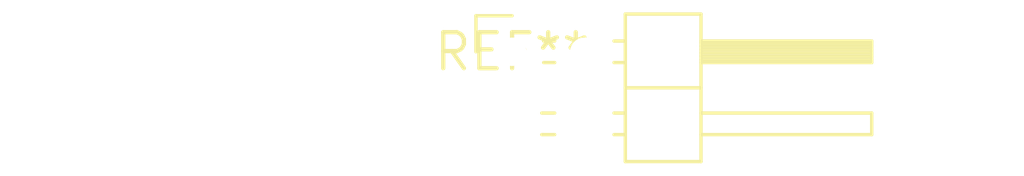
<source format=kicad_pcb>
(kicad_pcb (version 20240108) (generator pcbnew)
  (layers (0 "F.Cu" signal) (31 "B.Cu" signal) (34 "B.Paste" user) (35 "F.Paste" user) (36 "B.SilkS" user "B.Silkscreen") (37 "F.SilkS" user "F.Silkscreen") (38 "B.Mask" user) (39 "F.Mask" user) (44 "Edge.Cuts" user))
  (net 0 "")
  (footprint "PinHeader_2x02_P2.54mm_Horizontal" (layer "F.Cu") (at 0 0)
    (property "Reference" "REF**")
    (property "Value" "PinHeader_2x02_P2.54mm_Horizontal")
    (fp_line (start -1.27 -1.27) (end 0 -1.27) (layer "F.SilkS") (stroke (width 0.12)))
    (fp_line (start -1.27 0) (end -1.27 -1.27) (layer "F.SilkS") (stroke (width 0.12)))
    (fp_line (start 1.042929 2.16) (end 1.497071 2.16) (layer "F.SilkS") (stroke (width 0.12)))
    (fp_line (start 1.042929 2.92) (end 1.497071 2.92) (layer "F.SilkS") (stroke (width 0.12)))
    (fp_line (start 1.11 -0.38) (end 1.497071 -0.38) (layer "F.SilkS") (stroke (width 0.12)))
    (fp_line (start 1.11 0.38) (end 1.497071 0.38) (layer "F.SilkS") (stroke (width 0.12)))
    (fp_line (start 3.582929 -0.38) (end 3.98 -0.38) (layer "F.SilkS") (stroke (width 0.12)))
    (fp_line (start 3.582929 0.38) (end 3.98 0.38) (layer "F.SilkS") (stroke (width 0.12)))
    (fp_line (start 3.582929 2.16) (end 3.98 2.16) (layer "F.SilkS") (stroke (width 0.12)))
    (fp_line (start 3.582929 2.92) (end 3.98 2.92) (layer "F.SilkS") (stroke (width 0.12)))
    (fp_line (start 3.98 -1.33) (end 3.98 3.87) (layer "F.SilkS") (stroke (width 0.12)))
    (fp_line (start 3.98 1.27) (end 6.64 1.27) (layer "F.SilkS") (stroke (width 0.12)))
    (fp_line (start 3.98 3.87) (end 6.64 3.87) (layer "F.SilkS") (stroke (width 0.12)))
    (fp_line (start 6.64 -1.33) (end 3.98 -1.33) (layer "F.SilkS") (stroke (width 0.12)))
    (fp_line (start 6.64 -0.38) (end 12.64 -0.38) (layer "F.SilkS") (stroke (width 0.12)))
    (fp_line (start 6.64 -0.32) (end 12.64 -0.32) (layer "F.SilkS") (stroke (width 0.12)))
    (fp_line (start 6.64 -0.2) (end 12.64 -0.2) (layer "F.SilkS") (stroke (width 0.12)))
    (fp_line (start 6.64 -0.08) (end 12.64 -0.08) (layer "F.SilkS") (stroke (width 0.12)))
    (fp_line (start 6.64 0.04) (end 12.64 0.04) (layer "F.SilkS") (stroke (width 0.12)))
    (fp_line (start 6.64 0.16) (end 12.64 0.16) (layer "F.SilkS") (stroke (width 0.12)))
    (fp_line (start 6.64 0.28) (end 12.64 0.28) (layer "F.SilkS") (stroke (width 0.12)))
    (fp_line (start 6.64 2.16) (end 12.64 2.16) (layer "F.SilkS") (stroke (width 0.12)))
    (fp_line (start 6.64 3.87) (end 6.64 -1.33) (layer "F.SilkS") (stroke (width 0.12)))
    (fp_line (start 12.64 -0.38) (end 12.64 0.38) (layer "F.SilkS") (stroke (width 0.12)))
    (fp_line (start 12.64 0.38) (end 6.64 0.38) (layer "F.SilkS") (stroke (width 0.12)))
    (fp_line (start 12.64 2.16) (end 12.64 2.92) (layer "F.SilkS") (stroke (width 0.12)))
    (fp_line (start 12.64 2.92) (end 6.64 2.92) (layer "F.SilkS") (stroke (width 0.12)))
    (pad "1" thru_hole rect (at 0 0) (size 1.7 1.7) (drill 1) (layers *.Cu *.Mask) (remove_unused_layers))
    (pad "2" thru_hole oval (at 2.54 0) (size 1.7 1.7) (drill 1) (layers *.Cu *.Mask) (remove_unused_layers))
    (pad "3" thru_hole oval (at 0 2.54) (size 1.7 1.7) (drill 1) (layers *.Cu *.Mask) (remove_unused_layers))
    (pad "4" thru_hole oval (at 2.54 2.54) (size 1.7 1.7) (drill 1) (layers *.Cu *.Mask) (remove_unused_layers))
  )
)
</source>
